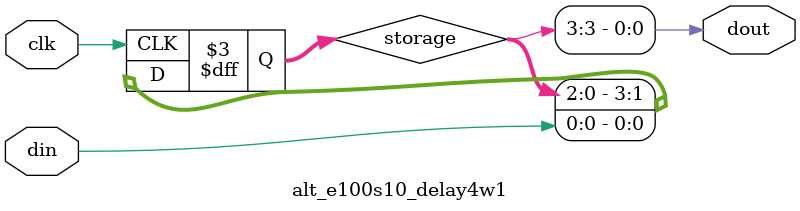
<source format=v>




`timescale 1ps/1ps


module alt_e100s10_delay4w1 #(
    parameter SIM_EMULATE = 1'b0
) (
    input clk,
    input [0:0] din,
    output [0:0] dout
);

localparam WIDTH = 1;
localparam LATENCY = 4;

reg [WIDTH*LATENCY-1:0] storage = {(WIDTH*LATENCY){1'b0}} /* synthesis preserve_syn_only */;
always @(posedge clk) begin
	storage <= {storage [WIDTH*(LATENCY-1)-1:0],din};
end
assign dout = storage [WIDTH*LATENCY-1:WIDTH*(LATENCY-1)];
endmodule


</source>
